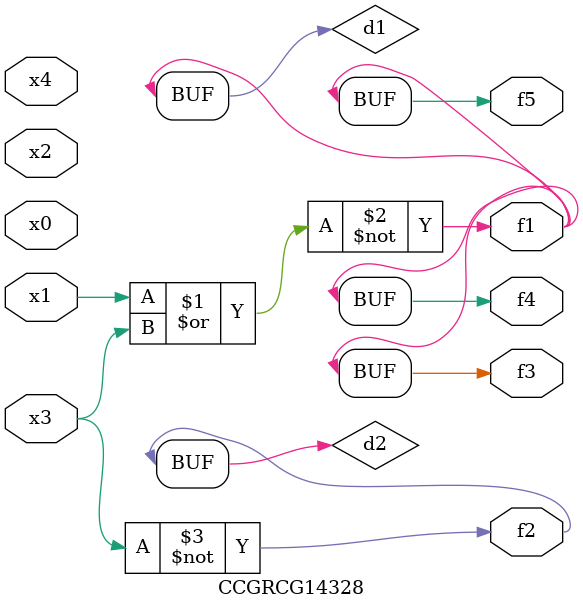
<source format=v>
module CCGRCG14328(
	input x0, x1, x2, x3, x4,
	output f1, f2, f3, f4, f5
);

	wire d1, d2;

	nor (d1, x1, x3);
	not (d2, x3);
	assign f1 = d1;
	assign f2 = d2;
	assign f3 = d1;
	assign f4 = d1;
	assign f5 = d1;
endmodule

</source>
